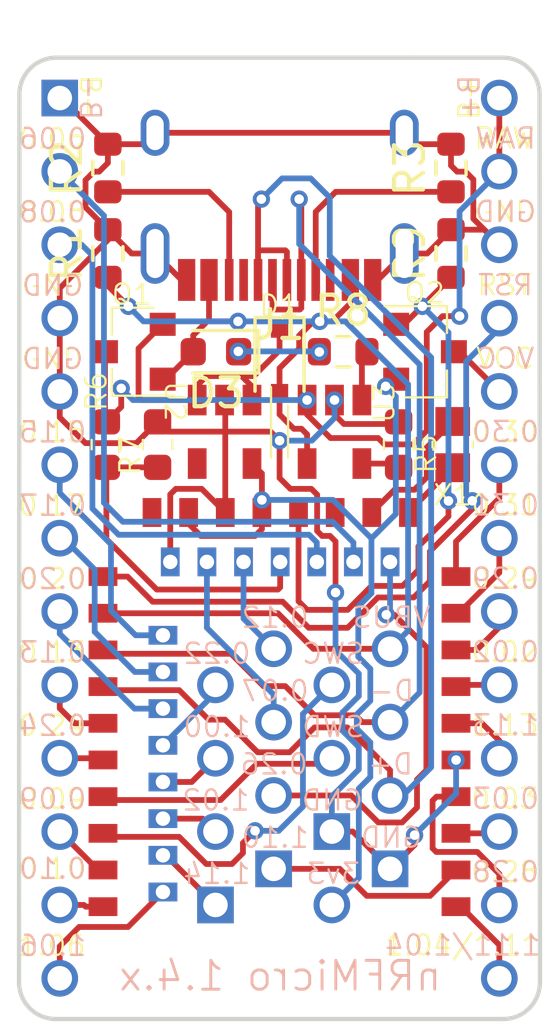
<source format=kicad_pcb>
(kicad_pcb (version 20211014) (generator pcbnew)
  (layers (0 "F.Cu" signal) (31 "B.Cu" signal) (34 "B.Paste" user) (35 "F.Paste" user) (36 "B.SilkS" user "B.Silkscreen") (37 "F.SilkS" user "F.Silkscreen") (38 "B.Mask" user) (39 "F.Mask" user) (44 "Edge.Cuts" user))
  (net 0 "")
  (net 1 "GND")
  (net 2 "RESET")
  (net 3 "/P0.02")
  (net 4 "/P0.29")
  (net 5 "/P0.30")
  (net 6 "/P0.31")
  (net 7 "/P0.10")
  (net 8 "/P0.09")
  (net 9 "VBUS")
  (net 10 "VBAT")
  (net 11 "DATA+")
  (net 12 "DATA-")
  (net 13 "/P1.13")
  (net 14 "/P1.11")
  (net 15 "/P0.20")
  (net 16 "/P0.13")
  (net 17 "/P0.15")
  (net 18 "/P0.17")
  (net 19 "/P0.22")
  (net 20 "/P0.24")
  (net 21 "/P0.03")
  (net 22 "/P0.28")
  (net 23 "/P0.00")
  (net 24 "/P0.01")
  (net 25 "/P1.06")
  (net 26 "/P1.04")
  (net 27 "SWC")
  (net 28 "SWD")
  (net 29 "POWER_PIN")
  (net 30 "/P0.26")
  (net 31 "DCCH")
  (net 32 "CC2")
  (net 33 "CC1")
  (net 34 "EXT_VCC")
  (net 35 "/P1.00")
  (net 36 "/P1.02")
  (net 37 "/P0.12")
  (net 38 "Net-(R5-Pad1)")
  (net 39 "BATTERY_PIN")
  (net 40 "Net-(D3-Pad1)")
  (net 41 "Net-(D1-Pad1)")
  (net 42 "nRF_VDD")
  (net 43 "/P0.07")
  (net 44 "/P0.08")
  (net 45 "PROG")
  (net 46 "/P0.06")
  (net 48 "/P1.10")
  (net 49 "Net-(R8-Pad2)")
  (footprint "nrfmicro:pro_micro" (layer "F.Cu") (at 27.7216 36.51)
    (fp_text reference "U4")
    (fp_text value "ProMicro" hide)
  )
  (footprint "nrfmicro:E73-2G4M08S1C-52840" (layer "F.Cu") (at 27.72 33.97 -90)
    (fp_text reference "U1" hide)
    (fp_text value "E73-2G4M08S1C" hide)
  )
  (footprint "Package_TO_SOT_SMD:SOT-23" (layer "F.Cu") (at 32.766 28.7845)
    (fp_text reference "Q2")
    (fp_text value "AO3407")
  )
  (footprint "Diode_SMD:D_SOD-323F" (layer "F.Cu") (at 27.7216 29.1 -90)
    (fp_text reference "D1")
    (fp_text value "1N5819")
  )
  (footprint "Resistor_SMD:R_0603_1608Metric" (layer "F.Cu") (at 21.7182 32 -90)
    (fp_text reference "R6")
    (fp_text value "820K")
  )
  (footprint "Resistor_SMD:R_0603_1608Metric" (layer "F.Cu") (at 23.4932 32 90)
    (fp_text reference "R7")
    (fp_text value "2M")
  )
  (footprint "Package_TO_SOT_SMD:SOT-23" (layer "F.Cu") (at 22.6695 28.7845 180)
    (fp_text reference "Q1")
    (fp_text value "AO3407" hide)
  )
  (footprint "Resistor_SMD:R_0603_1608Metric" (layer "F.Cu") (at 21.7695 22.423 90)
    (fp_text reference "R2")
    (fp_text value "5.1K")
  )
  (footprint "Resistor_SMD:R_0603_1608Metric" (layer "F.Cu") (at 33.666 22.423 90)
    (fp_text reference "R3")
    (fp_text value "5.1K")
  )
  (footprint "Resistor_SMD:R_0603_1608Metric" (layer "F.Cu") (at 21.7695 25.383 90)
    (fp_text reference "R1")
    (fp_text value "100K")
  )
  (footprint "Package_TO_SOT_SMD:SOT-23-5" (layer "F.Cu") (at 29.6266 31.557 -90)
    (fp_text reference "U3")
    (fp_text value "TP4054")
  )
  (footprint "Resistor_SMD:R_0603_1608Metric" (layer "F.Cu") (at 31.85 32 90)
    (fp_text reference "R5")
    (fp_text value "RPROG")
  )
  (footprint "Resistor_SMD:R_0603_1608Metric" (layer "F.Cu") (at 33.666 25.383 90)
    (fp_text reference "R9")
    (fp_text value "2M")
  )
  (footprint "nrfmicro:connector_bat" (layer "F.Cu") (at 27.7216 20 180)
    (fp_text reference "J3")
    (fp_text value "Conn_01x02")
  )
  (footprint "nrfmicro:connector_swd" (layer "F.Cu") (at 29.535 47.94 180)
    (fp_text reference "J2" hide)
    (fp_text value "Conn_01x04")
  )
  (footprint "Package_TO_SOT_SMD:SOT-23-5" (layer "F.Cu") (at 25.8166 31.557 -90)
    (fp_text reference "U2")
    (fp_text value "AP2112K-3.3")
  )
  (footprint "nrfmicro:connector_usb" (layer "F.Cu") (at 31.553 46.69 180)
    (fp_text reference "J4" hide)
    (fp_text value "Conn_01x04")
  )
  (footprint "Crystal:Crystal_SMD_MicroCrystal_CM9V-T1A-2Pin_1.6x1.0mm" (layer "F.Cu") (at 33.725 32 -90)
    (fp_text reference "X1")
    (fp_text value "32768kHz")
  )
  (footprint "nrfmicro:HRO-TYPE-C-31-M-12" (layer "F.Cu") (at 27.72645 18.603 180)
    (fp_text reference "J1")
    (fp_text value "USB-C USB 2.0 MC-372")
  )
  (footprint "nrfmicro:connector_gpio_1" (layer "F.Cu") (at 25.5 47.94 180)
    (fp_text reference "J5" hide)
    (fp_text value "Conn_01x04")
  )
  (footprint "Resistor_SMD:R_0603_1608Metric" (layer "F.Cu") (at 29.9266 28.7845)
    (fp_text reference "R8")
    (fp_text value "1K")
  )
  (footprint "nrfmicro:connector_gpio_2" (layer "F.Cu") (at 27.517 46.69 180)
    (fp_text reference "J6" hide)
    (fp_text value "Conn_01x04")
  )
  (footprint "LED_SMD:LED_0603_1608Metric" (layer "F.Cu") (at 25.5166 28.7845 180)
    (fp_text reference "D3")
    (fp_text value "RED")
  )
  (gr_line (start 36.737 19.873) (end 36.7497 50.6197) (layer "Edge.Cuts") (width 0.15))
  (gr_line (start 32.291533 18.602775) (end 35.467 18.603) (layer "Edge.Cuts") (width 0.15))
  (gr_line (start 19.973 18.603) (end 23.147533 18.602775) (layer "Edge.Cuts") (width 0.15))
  (gr_line (start 18.6903 50.6197) (end 18.703 19.873) (layer "Edge.Cuts") (width 0.15))
  (gr_line (start 23.147533 18.602775) (end 32.291533 18.602775) (layer "Edge.Cuts") (width 0.15))
  (gr_line (start 35.4797 51.8897) (end 19.9603 51.8897) (layer "Edge.Cuts") (width 0.15))
  (gr_arc (start 35.467 18.603) (mid 36.365026 18.974974) (end 36.737 19.873) (layer "Edge.Cuts") (width 0.15))
  (gr_arc (start 18.703 19.873) (mid 19.074974 18.974974) (end 19.973 18.603) (layer "Edge.Cuts") (width 0.15))
  (gr_arc (start 19.9603 51.8897) (mid 19.062274 51.517726) (end 18.6903 50.6197) (layer "Edge.Cuts") (width 0.15))
  (gr_arc (start 36.7497 50.6197) (mid 36.377726 51.517726) (end 35.4797 51.8897) (layer "Edge.Cuts") (width 0.15))
  (gr_text "nRFMicro 1.4.x" (at 27.74286 50.4) (layer "B.SilkS") (effects (font (size 1 1) (thickness 0.1)) (justify mirror)))
  (segment (start 27.722533 31.862775) (end 27.722533 33.156955) (width 0.2) (layer "F.Cu") (net 1))
  (segment (start 23.01145 21.598) (end 23.40645 21.203) (width 0.2) (layer "F.Cu") (net 1))
  (segment (start 29.472533 35.162775) (end 29.662533 35.352775) (width 0.2) (layer "F.Cu") (net 1))
  (segment (start 21.7695 24.915808) (end 21.7695 24.558) (width 0.2) (layer "F.Cu") (net 1))
  (segment (start 21.466828 22.54848) (end 21.287593 22.54848) (width 0.2) (layer "F.Cu") (net 1))
  (segment (start 29.952089 31.286511) (end 29.6266 30.961022) (width 0.2) (layer "F.Cu") (net 1))
  (segment (start 34.44052 22.820762) (end 34.44052 24.17892) (width 0.2) (layer "F.Cu") (net 1))
  (segment (start 34.8196 24.558) (end 35.3416 25.08) (width 0.2) (layer "F.Cu") (net 1))
  (segment (start 23.40645 25.383) (end 22.5945 25.383) (width 0.2) (layer "F.Cu") (net 1))
  (segment (start 32.402533 45.522775) (end 32.402533 45.862775) (width 0.2) (layer "F.Cu") (net 1))
  (segment (start 25.84 31.550242) (end 25.84 30.4804) (width 0.2) (layer "F.Cu") (net 1))
  (segment (start 27.41 31.550242) (end 27.722533 31.862775) (width 0.2) (layer "F.Cu") (net 1))
  (segment (start 27.722533 33.156955) (end 28.098353 33.532775) (width 0.2) (layer "F.Cu") (net 1))
  (segment (start 29.662533 35.352775) (end 29.662533 37.122775) (width 0.2) (layer "F.Cu") (net 1))
  (segment (start 31.553 46.69) (end 31.575308 46.69) (width 0.4) (layer "F.Cu") (net 1))
  (segment (start 25.84 34.351) (end 25.84 31.550242) (width 0.2) (layer "F.Cu") (net 1))
  (segment (start 21.7695 21.598) (end 21.7695 22.245808) (width 0.2) (layer "F.Cu") (net 1))
  (segment (start 28.825797 33.532775) (end 29.024999 33.731977) (width 0.2) (layer "F.Cu") (net 1))
  (segment (start 22.5945 25.383) (end 21.7695 24.558) (width 0.2) (layer "F.Cu") (net 1))
  (segment (start 32.402533 45.862775) (end 31.575308 46.69) (width 0.2) (layer "F.Cu") (net 1))
  (segment (start 33.666 22.336242) (end 33.878238 22.54848) (width 0.2) (layer "F.Cu") (net 1))
  (segment (start 21.7695 21.598) (end 23.01145 21.598) (width 0.2) (layer "F.Cu") (net 1))
  (segment (start 29.6266 30.961022) (end 29.6266 30.457) (width 0.2) (layer "F.Cu") (net 1))
  (segment (start 33.878238 22.54848) (end 34.168238 22.54848) (width 0.2) (layer "F.Cu") (net 1))
  (segment (start 29.024999 33.731977) (end 29.024999 34.990021) (width 0.2) (layer "F.Cu") (net 1))
  (segment (start 33.666 24.558) (end 34.8196 24.558) (width 0.2) (layer "F.Cu") (net 1))
  (segment (start 34.44052 24.17892) (end 35.3416 25.08) (width 0.2) (layer "F.Cu") (net 1))
  (segment (start 33.666 21.598) (end 33.666 22.336242) (width 0.2) (layer "F.Cu") (net 1))
  (segment (start 23.4932 31.2125) (end 23.830942 31.550242) (width 0.2) (layer "F.Cu") (net 1))
  (segment (start 28.098353 33.532775) (end 28.825797 33.532775) (width 0.2) (layer "F.Cu") (net 1))
  (segment (start 20.1016 27.62) (end 20.1016 26.583708) (width 0.2) (layer "F.Cu") (net 1))
  (segment (start 30.95145 26.298) (end 31.13145 26.298) (width 0.2) (layer "F.Cu") (net 1))
  (segment (start 32.841 25.383) (end 33.666 24.558) (width 0.2) (layer "F.Cu") (net 1))
  (segment (start 25.84 30.4804) (end 25.8166 30.457) (width 0.2) (layer "F.Cu") (net 1))
  (segment (start 20.1016 30.16) (end 20.1016 27.62) (width 0.2) (layer "F.Cu") (net 1))
  (segment (start 30.263 45.4) (end 31.553 46.69) (width 0.2) (layer "F.Cu") (net 1))
  (segment (start 25.84 34.351) (end 25.021775 33.532775) (width 0.2) (layer "F.Cu") (net 1))
  (segment (start 20.1016 30.16) (end 20.1016 31.058025) (width 0.2) (layer "F.Cu") (net 1))
  (segment (start 21.7695 22.245808) (end 21.466828 22.54848) (width 0.2) (layer "F.Cu") (net 1))
  (segment (start 25.84 31.550242) (end 27.41 31.550242) (width 0.2) (layer "F.Cu") (net 1))
  (segment (start 22.75618 31.94952) (end 23.4932 31.2125) (width 0.2) (layer "F.Cu") (net 1))
  (segment (start 23.830942 31.550242) (end 25.84 31.550242) (width 0.2) (layer "F.Cu") (net 1))
  (segment (start 31.875989 31.286511) (end 29.952089 31.286511) (width 0.2) (layer "F.Cu") (net 1))
  (segment (start 20.1016 26.583708) (end 21.7695 24.915808) (width 0.2) (layer "F.Cu") (net 1))
  (segment (start 24.50145 26.298) (end 24.32145 26.298) (width 0.2) (layer "F.Cu") (net 1))
  (segment (start 20.1016 20) (end 20.1715 20) (width 0.2) (layer "F.Cu") (net 1))
  (segment (start 32.44145 21.598) (end 32.04645 21.203) (width 0.2) (layer "F.Cu") (net 1))
  (segment (start 29.197753 35.162775) (end 29.472533 35.162775) (width 0.2) (layer "F.Cu") (net 1))
  (segment (start 20.1715 20) (end 21.7695 21.598) (width 0.2) (layer "F.Cu") (net 1))
  (segment (start 25.021775 33.532775) (end 24.124203 33.532775) (width 0.2) (layer "F.Cu") (net 1))
  (segment (start 32.04645 25.383) (end 32.841 25.383) (width 0.2) (layer "F.Cu") (net 1))
  (segment (start 31.13145 26.298) (end 32.04645 25.383) (width 0.2) (layer "F.Cu") (net 1))
  (segment (start 20.1016 31.058025) (end 20.993095 31.94952) (width 0.2) (layer "F.Cu") (net 1))
  (segment (start 33.666 21.598) (end 32.44145 21.598) (width 0.2) (layer "F.Cu") (net 1))
  (segment (start 34.168238 22.54848) (end 34.44052 22.820762) (width 0.2) (layer "F.Cu") (net 1))
  (segment (start 29.535 45.4) (end 30.263 45.4) (width 0.2) (layer "F.Cu") (net 1))
  (segment (start 20.993095 31.94952) (end 22.75618 31.94952) (width 0.2) (layer "F.Cu") (net 1))
  (segment (start 29.024999 34.990021) (end 29.197753 35.162775) (width 0.2) (layer "F.Cu") (net 1))
  (segment (start 21.287593 22.54848) (end 20.99498 22.841093) (width 0.2) (layer "F.Cu") (net 1))
  (segment (start 24.124203 33.532775) (end 23.933 33.723978) (width 0.2) (layer "F.Cu") (net 1))
  (segment (start 23.933 33.723978) (end 23.933 36.062) (width 0.2) (layer "F.Cu") (net 1))
  (segment (start 24.32145 26.298) (end 23.40645 25.383) (width 0.2) (layer "F.Cu") (net 1))
  (segment (start 23.40645 21.203) (end 32.04645 21.203) (width 0.2) (layer "F.Cu") (net 1))
  (segment (start 20.99498 22.841093) (end 20.99498 23.78348) (width 0.2) (layer "F.Cu") (net 1))
  (segment (start 20.99498 23.78348) (end 21.7695 24.558) (width 0.2) (layer "F.Cu") (net 1))
  (via (at 29.6266 30.457) (size 0.6) (drill 0.33) (layers "F.Cu" "B.Cu") (net 1))
  (via (at 27.722533 31.862775) (size 0.6) (drill 0.33) (layers "F.Cu" "B.Cu") (net 1))
  (via (at 33.842533 42.922775) (size 0.6) (drill 0.33) (layers "F.Cu" "B.Cu") (net 1))
  (via (at 29.662533 37.122775) (size 0.6) (drill 0.33) (layers "F.Cu" "B.Cu") (net 1))
  (via (at 32.402533 45.522775) (size 0.6) (drill 0.33) (layers "F.Cu" "B.Cu") (net 1))
  (segment (start 29.903824 41.272775) (end 29.902533 41.272775) (width 0.2) (layer "B.Cu") (net 1))
  (segment (start 30.469511 43.247088) (end 29.535 44.181599) (width 0.2) (layer "B.Cu") (net 1))
  (segment (start 29.662533 37.122775) (end 29.662533 39.122775) (width 0.2) (layer "B.Cu") (net 1))
  (segment (start 30.469511 39.929753) (end 30.469511 40.707088) (width 0.2) (layer "B.Cu") (net 1))
  (segment (start 29.535 44.181599) (end 29.535 45.4) (width 0.2) (layer "B.Cu") (net 1))
  (segment (start 27.722533 31.862775) (end 28.842533 31.862775) (width 0.2) (layer "B.Cu") (net 1))
  (segment (start 30.469511 42.472912) (end 30.469511 43.247088) (width 0.2) (layer "B.Cu") (net 1))
  (segment (start 29.902533 41.905934) (end 30.469511 42.472912) (width 0.2) (layer "B.Cu") (net 1))
  (segment (start 32.402533 45.522775) (end 33.842533 44.082775) (width 0.2) (layer "B.Cu") (net 1))
  (segment (start 28.842533 31.862775) (end 29.6266 31.078708) (width 0.2) (layer "B.Cu") (net 1))
  (segment (start 29.902533 41.272775) (end 29.902533 41.905934) (width 0.2) (layer "B.Cu") (net 1))
  (segment (start 33.842533 44.082775) (end 33.842533 42.922775) (width 0.2) (layer "B.Cu") (net 1))
  (segment (start 29.662533 39.122775) (end 30.469511 39.929753) (width 0.2) (layer "B.Cu") (net 1))
  (segment (start 30.469511 40.707088) (end 29.903824 41.272775) (width 0.2) (layer "B.Cu") (net 1))
  (segment (start 29.6266 31.078708) (end 29.6266 30.457) (width 0.2) (layer "B.Cu") (net 1))
  (segment (start 32.373013 37.292295) (end 31.133013 37.292295) (width 0.2) (layer "F.Cu") (net 2))
  (segment (start 27.831232 37.44048) (end 23.322533 37.44048) (width 0.2) (layer "F.Cu") (net 2))
  (segment (start 32.936533 35.695567) (end 32.936532 36.728776) (width 0.2) (layer "F.Cu") (net 2))
  (segment (start 32.936532 36.728776) (end 32.373013 37.292295) (width 0.2) (layer "F.Cu") (net 2))
  (segment (start 22.452053 36.57) (end 21.601 36.57) (width 0.2) (layer "F.Cu") (net 2))
  (segment (start 30.082533 38.342775) (end 28.733527 38.342775) (width 0.2) (layer "F.Cu") (net 2))
  (segment (start 23.322533 37.44048) (end 22.452053 36.57) (width 0.2) (layer "F.Cu") (net 2))
  (segment (start 31.133013 37.292295) (end 30.082533 38.342775) (width 0.2) (layer "F.Cu") (net 2))
  (segment (start 34.404867 34.227233) (end 32.936533 35.695567) (width 0.2) (layer "F.Cu") (net 2))
  (segment (start 28.733527 38.342775) (end 27.831232 37.44048) (width 0.2) (layer "F.Cu") (net 2))
  (segment (start 34.404867 33.945109) (end 34.404867 34.227233) (width 0.2) (layer "F.Cu") (net 2))
  (via (at 34.404867 33.945109) (size 0.6) (drill 0.33) (layers "F.Cu" "B.Cu") (net 2))
  (segment (start 34.192533 29.122775) (end 35.3416 27.973708) (width 0.2) (layer "B.Cu") (net 2))
  (segment (start 35.3416 27.973708) (end 35.3416 27.62) (width 0.2) (layer "B.Cu") (net 2))
  (segment (start 34.192533 33.732775) (end 34.192533 29.122775) (width 0.2) (layer "B.Cu") (net 2))
  (segment (start 34.404867 33.945109) (end 34.192533 33.732775) (width 0.2) (layer "B.Cu") (net 2))
  (segment (start 35.3416 40.32) (end 33.899 40.32) (width 0.2) (layer "F.Cu") (net 3))
  (segment (start 33.899 40.32) (end 33.839 40.38) (width 0.2) (layer "F.Cu") (net 3))
  (segment (start 34.555308 39.11) (end 35.3416 38.323708) (width 0.2) (layer "F.Cu") (net 4))
  (segment (start 33.839 39.11) (end 34.555308 39.11) (width 0.2) (layer "F.Cu") (net 4))
  (segment (start 35.3416 38.323708) (end 35.3416 37.78) (width 0.2) (layer "F.Cu") (net 4))
  (segment (start 33.839 35.358798) (end 35.3416 33.856198) (width 0.2) (layer "F.Cu") (net 5))
  (segment (start 33.839 36.57) (end 33.839 35.358798) (width 0.2) (layer "F.Cu") (net 5))
  (segment (start 35.3416 33.856198) (end 35.3416 32.7) (width 0.2) (layer "F.Cu") (net 5))
  (segment (start 35.3416 36.432402) (end 35.3416 35.24) (width 0.2) (layer "F.Cu") (net 6))
  (segment (start 33.934002 37.84) (end 35.3416 36.432402) (width 0.2) (layer "F.Cu") (net 6))
  (segment (start 33.839 37.84) (end 33.934002 37.84) (width 0.2) (layer "F.Cu") (net 6))
  (segment (start 21 48) (end 20.94 47.94) (width 0.2) (layer "F.Cu") (net 7))
  (segment (start 20.94 47.94) (end 20.1016 47.94) (width 0.2) (layer "F.Cu") (net 7))
  (segment (start 21.601 48) (end 21 48) (width 0.2) (layer "F.Cu") (net 7))
  (segment (start 21.4316 46.73) (end 21.601 46.73) (width 0.2) (layer "F.Cu") (net 8))
  (segment (start 20.1016 45.4) (end 21.4316 46.73) (width 0.2) (layer "F.Cu") (net 8))
  (segment (start 27.665746 37.84) (end 21.601 37.84) (width 0.2) (layer "F.Cu") (net 9))
  (segment (start 27.7216 30.2) (end 27.7216 29.353708) (width 0.2) (layer "F.Cu") (net 9))
  (segment (start 24.7291 28.216208) (end 25.27645 27.668858) (width 0.2) (layer "F.Cu") (net 9))
  (segment (start 29.552533 27.732775) (end 30.17645 27.108858) (width 0.2) (layer "F.Cu") (net 9))
  (segment (start 28.892533 27.732775) (end 29.112533 27.732775) (width 0.2) (layer "F.Cu") (net 9))
  (segment (start 21.7695 26.208) (end 21.7695 26.499742) (width 0.2) (layer "F.Cu") (net 9))
  (segment (start 25.340367 27.732775) (end 25.27645 27.668858) (width 0.2) (layer "F.Cu") (net 9))
  (segment (start 27.7216 29.353708) (end 28.40208 28.673228) (width 0.2) (layer "F.Cu") (net 9))
  (segment (start 23.6695 29.7345) (end 23.7791 29.7345) (width 0.2) (layer "F.Cu") (net 9))
  (segment (start 28.40208 28.673228) (end 28.40208 28.223228) (width 0.2) (layer "F.Cu") (net 9))
  (segment (start 28.6766 31.646842) (end 28.6766 32.657) (width 0.2) (layer "F.Cu") (net 9))
  (segment (start 23.7791 29.7345) (end 24.7291 28.7845) (width 0.2) (layer "F.Cu") (net 9))
  (segment (start 21.7695 26.499742) (end 22.482533 27.212775) (width 0.2) (layer "F.Cu") (net 9))
  (segment (start 29.112533 27.732775) (end 29.552533 27.732775) (width 0.2) (layer "F.Cu") (net 9))
  (segment (start 26.282533 27.732775) (end 25.340367 27.732775) (width 0.2) (layer "F.Cu") (net 9))
  (segment (start 28.895746 39.07) (end 27.665746 37.84) (width 0.2) (layer "F.Cu") (net 9))
  (segment (start 28.482533 31.452775) (end 28.6766 31.646842) (width 0.2) (layer "F.Cu") (net 9))
  (segment (start 27.7216 30.2) (end 27.7216 30.956022) (width 0.2) (layer "F.Cu") (net 9))
  (segment (start 27.7216 30.956022) (end 28.218353 31.452775) (width 0.2) (layer "F.Cu") (net 9))
  (segment (start 28.218353 31.452775) (end 28.482533 31.452775) (width 0.2) (layer "F.Cu") (net 9))
  (segment (start 25.27645 27.668858) (end 25.27645 26.298) (width 0.2) (layer "F.Cu") (net 9))
  (segment (start 31.553 39.07) (end 28.895746 39.07) (width 0.2) (layer "F.Cu") (net 9))
  (segment (start 24.7291 28.7845) (end 24.7291 28.216208) (width 0.2) (layer "F.Cu") (net 9))
  (segment (start 30.17645 27.108858) (end 30.17645 26.298) (width 0.2) (layer "F.Cu") (net 9))
  (segment (start 28.40208 28.223228) (end 28.892533 27.732775) (width 0.2) (layer "F.Cu") (net 9))
  (via (at 26.282533 27.732775) (size 0.6) (drill 0.33) (layers "F.Cu" "B.Cu") (net 9))
  (via (at 22.482533 27.212775) (size 0.6) (drill 0.33) (layers "F.Cu" "B.Cu") (net 9))
  (via (at 29.112533 27.732775) (size 0.6) (drill 0.33) (layers "F.Cu" "B.Cu") (net 9))
  (segment (start 32.178001 29.911836) (end 32.178001 38.444999) (width 0.2) (layer "B.Cu") (net 9))
  (segment (start 23.002533 27.732775) (end 26.282533 27.732775) (width 0.2) (layer "B.Cu") (net 9))
  (segment (start 32.178001 38.444999) (end 31.553 39.07) (width 0.2) (layer "B.Cu") (net 9))
  (segment (start 29.99894 27.732775) (end 32.178001 29.911836) (width 0.2) (layer "B.Cu") (net 9))
  (segment (start 29.112533 27.732775) (end 29.99894 27.732775) (width 0.2) (layer "B.Cu") (net 9))
  (segment (start 22.482533 27.212775) (end 23.002533 27.732775) (width 0.2) (layer "B.Cu") (net 9))
  (segment (start 29.112533 27.732775) (end 26.282533 27.732775) (width 0.2) (layer "B.Cu") (net 9))
  (segment (start 31.142533 31.772775) (end 31.362533 31.992775) (width 0.2) (layer "F.Cu") (net 10))
  (segment (start 33.372533 27.552775) (end 33.962533 27.552775) (width 0.2) (layer "F.Cu") (net 10))
  (segment (start 21.6695 31.1638) (end 21.6695 28.7845) (width 0.2) (layer "F.Cu") (net 10))
  (segment (start 28.6766 30.457) (end 28.6766 30.961022) (width 0.2) (layer "F.Cu") (net 10))
  (segment (start 29.488353 31.772775) (end 31.142533 31.772775) (width 0.2) (layer "F.Cu") (net 10))
  (segment (start 21.7182 31.2125) (end 21.6695 31.1638) (width 0.2) (layer "F.Cu") (net 10))
  (segment (start 31.362533 31.992775) (end 32.352533 31.992775) (width 0.2) (layer "F.Cu") (net 10))
  (segment (start 35.3416 22.54) (end 35.3416 20) (width 0.2) (layer "F.Cu") (net 10))
  (segment (start 28.6766 30.961022) (end 29.488353 31.772775) (width 0.2) (layer "F.Cu") (net 10))
  (segment (start 22.233033 30.052775) (end 22.233033 30.697667) (width 0.2) (layer "F.Cu") (net 10))
  (segment (start 32.825489 31.519819) (end 32.825489 28.099819) (width 0.2) (layer "F.Cu") (net 10))
  (segment (start 32.825489 28.099819) (end 33.372533 27.552775) (width 0.2) (layer "F.Cu") (net 10))
  (segment (start 32.352533 31.992775) (end 32.825489 31.519819) (width 0.2) (layer "F.Cu") (net 10))
  (segment (start 22.233033 30.697667) (end 21.7182 31.2125) (width 0.2) (layer "F.Cu") (net 10))
  (via (at 33.962533 27.552775) (size 0.6) (drill 0.33) (layers "F.Cu" "B.Cu") (net 10))
  (via (at 22.233033 30.052775) (size 0.6) (drill 0.33) (layers "F.Cu" "B.Cu") (net 10))
  (via (at 28.6766 30.457) (size 0.6) (drill 0.33) (layers "F.Cu" "B.Cu") (net 10))
  (segment (start 35.3416 22.54) (end 33.962533 23.919067) (width 0.2) (layer "B.Cu") (net 10))
  (segment (start 33.962533 23.919067) (end 33.962533 27.552775) (width 0.2) (layer "B.Cu") (net 10))
  (segment (start 22.637258 30.457) (end 28.6766 30.457) (width 0.2) (layer "B.Cu") (net 10))
  (segment (start 22.233033 30.052775) (end 22.637258 30.457) (width 0.2) (layer "B.Cu") (net 10))
  (segment (start 28.072533 42.652775) (end 28.932533 41.792775) (width 0.2) (layer "F.Cu") (net 11))
  (segment (start 26.962533 42.652775) (end 28.072533 42.652775) (width 0.2) (layer "F.Cu") (net 11))
  (segment (start 27.026939 25.273489) (end 27.925961 25.273489) (width 0.2) (layer "F.Cu") (net 11))
  (segment (start 26.97645 23.614672) (end 27.091122 23.5) (width 0.2) (layer "F.Cu") (net 11))
  (segment (start 25.262533 41.522775) (end 25.832533 41.522775) (width 0.2) (layer "F.Cu") (net 11))
  (segment (start 28.932533 41.792775) (end 30.072533 41.792775) (width 0.2) (layer "F.Cu") (net 11))
  (segment (start 21.601 40.38) (end 21.723775 40.502775) (width 0.2) (layer "F.Cu") (net 11))
  (segment (start 30.072533 41.792775) (end 31.553 43.273242) (width 0.2) (layer "F.Cu") (net 11))
  (segment (start 27.97645 25.323978) (end 27.97645 26.298) (width 0.2) (layer "F.Cu") (net 11))
  (segment (start 26.97645 26.298) (end 26.97645 23.614672) (width 0.2) (layer "F.Cu") (net 11))
  (segment (start 31.553 43.273242) (end 31.553 44.15) (width 0.2) (layer "F.Cu") (net 11))
  (segment (start 27.925961 25.273489) (end 27.97645 25.323978) (width 0.2) (layer "F.Cu") (net 11))
  (segment (start 26.97645 26.298) (end 26.97645 25.323978) (width 0.2) (layer "F.Cu") (net 11))
  (segment (start 25.832533 41.522775) (end 26.962533 42.652775) (width 0.2) (layer "F.Cu") (net 11))
  (segment (start 24.242533 40.502775) (end 25.262533 41.522775) (width 0.2) (layer "F.Cu") (net 11))
  (segment (start 26.97645 25.323978) (end 27.026939 25.273489) (width 0.2) (layer "F.Cu") (net 11))
  (segment (start 21.723775 40.502775) (end 24.242533 40.502775) (width 0.2) (layer "F.Cu") (net 11))
  (via (at 27.091122 23.5) (size 0.6) (drill 0.33) (layers "F.Cu" "B.Cu") (net 11))
  (segment (start 32.978021 43.172281) (end 32.978021 28.982421) (width 0.2) (layer "B.Cu") (net 11))
  (segment (start 27.808347 22.782775) (end 27.091122 23.5) (width 0.2) (layer "B.Cu") (net 11))
  (segment (start 29.462533 25.466933) (end 29.462533 23.442775) (width 0.2) (layer "B.Cu") (net 11))
  (segment (start 28.802533 22.782775) (end 27.808347 22.782775) (width 0.2) (layer "B.Cu") (net 11))
  (segment (start 29.462533 23.442775) (end 28.802533 22.782775) (width 0.2) (layer "B.Cu") (net 11))
  (segment (start 31.553 44.15) (end 32.000302 44.15) (width 0.2) (layer "B.Cu") (net 11))
  (segment (start 32.000302 44.15) (end 32.978021 43.172281) (width 0.2) (layer "B.Cu") (net 11))
  (segment (start 32.978021 28.982421) (end 29.462533 25.466933) (width 0.2) (layer "B.Cu") (net 11))
  (segment (start 28.47645 27.272022) (end 28.47645 26.298) (width 0.2) (layer "F.Cu") (net 12))
  (segment (start 21.601 39.11) (end 21.733775 39.242775) (width 0.2) (layer "F.Cu") (net 12))
  (segment (start 27.47645 26.298) (end 27.47645 27.272022) (width 0.2) (layer "F.Cu") (net 12))
  (segment (start 27.47645 27.272022) (end 27.526939 27.322511) (width 0.2) (layer "F.Cu") (net 12))
  (segment (start 28.931176 41.372775) (end 30.352533 41.372775) (width 0.2) (layer "F.Cu") (net 12))
  (segment (start 28.47645 23.573917) (end 28.402533 23.5) (width 0.2) (layer "F.Cu") (net 12))
  (segment (start 21.733775 39.242775) (end 26.042533 39.242775) (width 0.2) (layer "F.Cu") (net 12))
  (segment (start 30.352533 41.372775) (end 30.589758 41.61) (width 0.2) (layer "F.Cu") (net 12))
  (segment (start 27.921176 40.362775) (end 28.931176 41.372775) (width 0.2) (layer "F.Cu") (net 12))
  (segment (start 28.425961 27.322511) (end 28.47645 27.272022) (width 0.2) (layer "F.Cu") (net 12))
  (segment (start 30.589758 41.61) (end 31.553 41.61) (width 0.2) (layer "F.Cu") (net 12))
  (segment (start 27.526939 27.322511) (end 28.425961 27.322511) (width 0.2) (layer "F.Cu") (net 12))
  (segment (start 28.47645 26.298) (end 28.47645 23.573917) (width 0.2) (layer "F.Cu") (net 12))
  (segment (start 26.042533 39.242775) (end 27.162533 40.362775) (width 0.2) (layer "F.Cu") (net 12))
  (segment (start 27.162533 40.362775) (end 27.921176 40.362775) (width 0.2) (layer "F.Cu") (net 12))
  (via (at 28.402533 23.5) (size 0.6) (drill 0.33) (layers "F.Cu" "B.Cu") (net 12))
  (segment (start 28.402533 25.050945) (end 28.402533 23.5) (width 0.2) (layer "B.Cu") (net 12))
  (segment (start 31.553 41.61) (end 32.578011 40.584989) (width 0.2) (layer "B.Cu") (net 12))
  (segment (start 32.578011 40.584989) (end 32.578011 29.226423) (width 0.2) (layer "B.Cu") (net 12))
  (segment (start 32.578011 29.226423) (end 28.402533 25.050945) (width 0.2) (layer "B.Cu") (net 12))
  (segment (start 34.739758 41.65) (end 33.839 41.65) (width 0.2) (layer "F.Cu") (net 13))
  (segment (start 35.3416 42.251842) (end 34.739758 41.65) (width 0.2) (layer "F.Cu") (net 13))
  (segment (start 35.3416 42.86) (end 35.3416 42.251842) (width 0.2) (layer "F.Cu") (net 13))
  (segment (start 34.014 48) (end 35.3416 49.3276) (width 0.2) (layer "F.Cu") (net 14))
  (segment (start 35.3416 50.48) (end 35.3416 49.36732) (width 0.2) (layer "F.Cu") (net 14))
  (segment (start 35.3416 49.3276) (end 35.3416 49.36732) (width 0.2) (layer "F.Cu") (net 14))
  (segment (start 22.691758 41.142) (end 20.1016 38.551842) (width 0.2) (layer "B.Cu") (net 15))
  (segment (start 23.679 41.142) (end 22.691758 41.142) (width 0.2) (layer "B.Cu") (net 15))
  (segment (start 20.1016 38.551842) (end 20.1016 37.78) (width 0.2) (layer "B.Cu") (net 15))
  (segment (start 20.1016 41.131842) (end 20.619758 41.65) (width 0.2) (layer "F.Cu") (net 16))
  (segment (start 20.1016 40.32) (end 20.1016 41.131842) (width 0.2) (layer "F.Cu") (net 16))
  (segment (start 20.619758 41.65) (end 21.601 41.65) (width 0.2) (layer "F.Cu") (net 16))
  (segment (start 22.731758 38.602) (end 23.679 38.602) (width 0.2) (layer "B.Cu") (net 17))
  (segment (start 20.1016 33.675774) (end 21.877533 35.451707) (width 0.2) (layer "B.Cu") (net 17))
  (segment (start 21.877533 35.451707) (end 21.877533 37.747775) (width 0.2) (layer "B.Cu") (net 17))
  (segment (start 21.877533 37.747775) (end 22.731758 38.602) (width 0.2) (layer "B.Cu") (net 17))
  (segment (start 20.1016 32.7) (end 20.1016 33.675774) (width 0.2) (layer "B.Cu") (net 17))
  (segment (start 22.701758 39.872) (end 21.312533 38.482775) (width 0.2) (layer "B.Cu") (net 18))
  (segment (start 23.679 39.872) (end 22.701758 39.872) (width 0.2) (layer "B.Cu") (net 18))
  (segment (start 21.312533 36.325775) (end 20.226758 35.24) (width 0.2) (layer "B.Cu") (net 18))
  (segment (start 21.312533 38.482775) (end 21.312533 36.325775) (width 0.2) (layer "B.Cu") (net 18))
  (segment (start 20.226758 35.24) (end 20.1016 35.24) (width 0.2) (layer "B.Cu") (net 18))
  (segment (start 23.679 42.412) (end 25.5 40.591) (width 0.2) (layer "B.Cu") (net 19))
  (segment (start 25.5 40.591) (end 25.5 40.32) (width 0.2) (layer "B.Cu") (net 19))
  (segment (start 20.1016 42.86) (end 21.541 42.86) (width 0.2) (layer "F.Cu") (net 20))
  (segment (start 21.541 42.86) (end 21.601 42.92) (width 0.2) (layer "F.Cu") (net 20))
  (segment (start 35.3416 45.4) (end 35.2816 45.46) (width 0.2) (layer "F.Cu") (net 21))
  (segment (start 35.2816 45.46) (end 33.839 45.46) (width 0.2) (layer "F.Cu") (net 21))
  (segment (start 33.027533 44.327775) (end 33.165308 44.19) (width 0.2) (layer "F.Cu") (net 22))
  (segment (start 33.027533 45.977775) (end 33.027533 44.327775) (width 0.2) (layer "F.Cu") (net 22))
  (segment (start 33.154757 46.104999) (end 33.027533 45.977775) (width 0.2) (layer "F.Cu") (net 22))
  (segment (start 33.165308 44.19) (end 33.839 44.19) (width 0.2) (layer "F.Cu") (net 22))
  (segment (start 35.3416 47.94) (end 35.3416 46.867598) (width 0.2) (layer "F.Cu") (net 22))
  (segment (start 34.579001 46.104999) (end 33.154757 46.104999) (width 0.2) (layer "F.Cu") (net 22))
  (segment (start 35.3416 46.867598) (end 34.579001 46.104999) (width 0.2) (layer "F.Cu") (net 22))
  (segment (start 32.19 34.335) (end 33.725 32.8) (width 0.2) (layer "F.Cu") (net 23))
  (segment (start 32.397219 33.562775) (end 32.825489 33.134505) (width 0.2) (layer "F.Cu") (net 24))
  (segment (start 32.825489 33.134505) (end 32.825489 32.099511) (width 0.2) (layer "F.Cu") (net 24))
  (segment (start 32.825489 32.099511) (end 33.725 31.2) (width 0.2) (layer "F.Cu") (net 24))
  (segment (start 30.92 34.351) (end 31.708225 33.562775) (width 0.2) (layer "F.Cu") (net 24))
  (segment (start 31.708225 33.562775) (end 32.397219 33.562775) (width 0.2) (layer "F.Cu") (net 24))
  (segment (start 22.468225 48.702775) (end 23.679 47.492) (width 0.2) (layer "F.Cu") (net 25))
  (segment (start 20.1016 50.48) (end 20.1016 49.37412) (width 0.2) (layer "F.Cu") (net 25))
  (segment (start 20.772945 48.702775) (end 22.468225 48.702775) (width 0.2) (layer "F.Cu") (net 25))
  (segment (start 20.1016 49.37412) (end 20.772945 48.702775) (width 0.2) (layer "F.Cu") (net 25))
  (segment (start 23.782 46.222) (end 25.5 47.94) (width 0.2) (layer "F.Cu") (net 26))
  (segment (start 21.723775 45.582775) (end 21.601 45.46) (width 0.2) (layer "F.Cu") (net 27))
  (segment (start 26.452533 45.792775) (end 26.452533 46.142775) (width 0.2) (layer "F.Cu") (net 27))
  (segment (start 25.182533 46.522775) (end 24.242533 45.582775) (width 0.2) (layer "F.Cu") (net 27))
  (segment (start 26.452533 46.142775) (end 26.072533 46.522775) (width 0.2) (layer "F.Cu") (net 27))
  (segment (start 26.872533 45.372775) (end 26.452533 45.792775) (width 0.2) (layer "F.Cu") (net 27))
  (segment (start 24.242533 45.582775) (end 21.723775 45.582775) (width 0.2) (layer "F.Cu") (net 27))
  (segment (start 26.072533 46.522775) (end 25.182533 46.522775) (width 0.2) (layer "F.Cu") (net 27))
  (via (at 26.872533 45.372775) (size 0.6) (drill 0.33) (layers "F.Cu" "B.Cu") (net 27))
  (segment (start 28.532533 41.322467) (end 29.535 40.32) (width 0.2) (layer "B.Cu") (net 27))
  (segment (start 26.872533 45.372775) (end 27.693203 45.372775) (width 0.2) (layer "B.Cu") (net 27))
  (segment (start 27.693203 45.372775) (end 28.532533 44.533445) (width 0.2) (layer "B.Cu") (net 27))
  (segment (start 28.532533 44.533445) (end 28.532533 41.322467) (width 0.2) (layer "B.Cu") (net 27))
  (segment (start 29.342225 43.052775) (end 29.535 42.86) (width 0.2) (layer "F.Cu") (net 28))
  (segment (start 21.601 44.19) (end 21.718001 44.307001) (width 0.2) (layer "F.Cu") (net 28))
  (segment (start 21.718001 44.307001) (end 25.678307 44.307001) (width 0.2) (layer "F.Cu") (net 28))
  (segment (start 26.932533 43.052775) (end 29.342225 43.052775) (width 0.2) (layer "F.Cu") (net 28))
  (segment (start 25.678307 44.307001) (end 26.932533 43.052775) (width 0.2) (layer "F.Cu") (net 28))
  (segment (start 33.578021 34.482251) (end 33.578021 33.950002) (width 0.2) (layer "F.Cu") (net 29))
  (segment (start 32.666879 27.207121) (end 33.666 26.208) (width 0.2) (layer "F.Cu") (net 29))
  (segment (start 32.537013 35.523259) (end 32.537013 36.342009) (width 0.2) (layer "F.Cu") (net 29))
  (segment (start 33.578021 34.482251) (end 32.537013 35.523259) (width 0.2) (layer "F.Cu") (net 29))
  (segment (start 30.083022 37.722286) (end 28.678044 37.722286) (width 0.2) (layer "F.Cu") (net 29))
  (segment (start 31.986247 36.892775) (end 30.912533 36.892775) (width 0.2) (layer "F.Cu") (net 29))
  (segment (start 31.766 27.8345) (end 32.0395 27.8345) (width 0.2) (layer "F.Cu") (net 29))
  (segment (start 28.38 37.424242) (end 28.38 34.351) (width 0.2) (layer "F.Cu") (net 29))
  (segment (start 30.912533 36.892775) (end 30.083022 37.722286) (width 0.2) (layer "F.Cu") (net 29))
  (segment (start 32.672533 27.212775) (end 32.666879 27.207121) (width 0.2) (layer "F.Cu") (net 29))
  (segment (start 28.678044 37.722286) (end 28.38 37.424242) (width 0.2) (layer "F.Cu") (net 29))
  (segment (start 32.0395 27.8345) (end 32.666879 27.207121) (width 0.2) (layer "F.Cu") (net 29))
  (segment (start 32.537013 36.342009) (end 31.986247 36.892775) (width 0.2) (layer "F.Cu") (net 29))
  (via (at 32.672533 27.212775) (size 0.6) (drill 0.33) (layers "F.Cu" "B.Cu") (net 29))
  (via (at 33.578021 33.950002) (size 0.6) (drill 0.33) (layers "F.Cu" "B.Cu") (net 29))
  (segment (start 33.578021 28.118263) (end 33.578021 33.950002) (width 0.2) (layer "B.Cu") (net 29))
  (segment (start 32.672533 27.212775) (end 33.578021 28.118263) (width 0.2) (layer "B.Cu") (net 29))
  (segment (start 32.487511 44.567797) (end 31.970797 45.084511) (width 0.2) (layer "F.Cu") (net 30))
  (segment (start 32.812533 43.272775) (end 32.487511 43.597797) (width 0.2) (layer "F.Cu") (net 30))
  (segment (start 31.970797 45.084511) (end 31.144269 45.084511) (width 0.2) (layer "F.Cu") (net 30))
  (segment (start 32.812533 39.007934) (end 32.812533 43.272775) (width 0.2) (layer "F.Cu") (net 30))
  (segment (start 32.487511 43.597797) (end 32.487511 44.567797) (width 0.2) (layer "F.Cu") (net 30))
  (segment (start 31.422533 37.891795) (end 31.696394 37.891795) (width 0.2) (layer "F.Cu") (net 30))
  (segment (start 27.517 44.15) (end 30.209758 44.15) (width 0.2) (layer "F.Cu") (net 30))
  (segment (start 31.696394 37.891795) (end 32.812533 39.007934) (width 0.2) (layer "F.Cu") (net 30))
  (segment (start 31.144269 45.084511) (end 30.209758 44.15) (width 0.2) (layer "F.Cu") (net 30))
  (via (at 31.422533 37.891795) (size 0.6) (drill 0.33) (layers "F.Cu" "B.Cu") (net 30))
  (segment (start 31.553 37.761328) (end 31.422533 37.891795) (width 0.2) (layer "B.Cu") (net 30))
  (segment (start 31.553 36.062) (end 31.553 37.761328) (width 0.2) (layer "B.Cu") (net 30))
  (segment (start 25.277758 23.248) (end 25.97645 23.946692) (width 0.2) (layer "F.Cu") (net 32))
  (segment (start 25.97645 23.946692) (end 25.97645 26.298) (width 0.2) (layer "F.Cu") (net 32))
  (segment (start 21.7695 23.248) (end 25.277758 23.248) (width 0.2) (layer "F.Cu") (net 32))
  (segment (start 33.666 23.248) (end 29.667308 23.248) (width 0.2) (layer "F.Cu") (net 33))
  (segment (start 29.667308 23.248) (end 28.97645 23.938858) (width 0.2) (layer "F.Cu") (net 33))
  (segment (start 28.97645 23.938858) (end 28.97645 26.298) (width 0.2) (layer "F.Cu") (net 33))
  (segment (start 33.766 28.7845) (end 33.9661 28.7845) (width 0.2) (layer "F.Cu") (net 34))
  (segment (start 33.9661 28.7845) (end 35.3416 30.16) (width 0.2) (layer "F.Cu") (net 34))
  (segment (start 24.678 43.682) (end 25.5 42.86) (width 0.2) (layer "F.Cu") (net 35))
  (segment (start 23.679 43.682) (end 24.678 43.682) (width 0.2) (layer "F.Cu") (net 35))
  (segment (start 23.679 44.952) (end 25.052 44.952) (width 0.2) (layer "F.Cu") (net 36))
  (segment (start 25.052 44.952) (end 25.5 45.4) (width 0.2) (layer "F.Cu") (net 36))
  (segment (start 26.473 38.026) (end 27.517 39.07) (width 0.2) (layer "B.Cu") (net 37))
  (segment (start 26.473 36.062) (end 26.473 38.026) (width 0.2) (layer "B.Cu") (net 37))
  (segment (start 31.8195 32.657) (end 31.95 32.7875) (width 0.2) (layer "F.Cu") (net 38))
  (segment (start 30.5766 32.657) (end 31.8195 32.657) (width 0.2) (layer "F.Cu") (net 38))
  (segment (start 27.743 36.062) (end 27.743 36.942308) (width 0.2) (layer "F.Cu") (net 39))
  (segment (start 27.667533 37.017775) (end 23.464834 37.017775) (width 0.2) (layer "F.Cu") (net 39))
  (segment (start 21.7182 32.7875) (end 23.4932 32.7875) (width 0.2) (layer "F.Cu") (net 39))
  (segment (start 27.743 36.942308) (end 27.667533 37.017775) (width 0.2) (layer "F.Cu") (net 39))
  (segment (start 23.464834 37.017775) (end 21.7182 35.271141) (width 0.2) (layer "F.Cu") (net 39))
  (segment (start 21.7182 35.271141) (end 21.7182 32.7875) (width 0.2) (layer "F.Cu") (net 39))
  (via (at 26.292533 28.772775) (size 0.6) (drill 0.33) (layers "F.Cu" "B.Cu") (net 40))
  (via (at 29.102533 28.792775) (size 0.6) (drill 0.33) (layers "F.Cu" "B.Cu") (net 40))
  (segment (start 26.292533 28.772775) (end 29.082533 28.772775) (width 0.2) (layer "B.Cu") (net 40))
  (segment (start 29.082533 28.772775) (end 29.102533 28.792775) (width 0.2) (layer "B.Cu") (net 40))
  (segment (start 24.8666 30.457) (end 22.942978 30.457) (width 0.2) (layer "F.Cu") (net 41))
  (segment (start 22.942978 30.457) (end 22.832544 30.346566) (width 0.2) (layer "F.Cu") (net 41))
  (segment (start 25.192089 29.627489) (end 26.407247 29.627489) (width 0.2) (layer "F.Cu") (net 41))
  (segment (start 26.827819 29.627489) (end 27.7216 28.733708) (width 0.2) (layer "F.Cu") (net 41))
  (segment (start 24.8666 30.457) (end 24.8666 29.952978) (width 0.2) (layer "F.Cu") (net 41))
  (segment (start 27.7216 28.733708) (end 27.7216 28) (width 0.2) (layer "F.Cu") (net 41))
  (segment (start 26.7666 29.986842) (end 26.7666 30.457) (width 0.2) (layer "F.Cu") (net 41))
  (segment (start 26.407247 29.627489) (end 26.7666 29.986842) (width 0.2) (layer "F.Cu") (net 41))
  (segment (start 22.832544 28.671456) (end 23.6695 27.8345) (width 0.2) (layer "F.Cu") (net 41))
  (segment (start 22.832544 30.346566) (end 22.832544 28.671456) (width 0.2) (layer "F.Cu") (net 41))
  (segment (start 26.407247 29.627489) (end 26.827819 29.627489) (width 0.2) (layer "F.Cu") (net 41))
  (segment (start 24.8666 29.952978) (end 25.192089 29.627489) (width 0.2) (layer "F.Cu") (net 41))
  (segment (start 24.992533 35.162775) (end 24.57 34.740242) (width 0.2) (layer "F.Cu") (net 42))
  (segment (start 24.57 34.740242) (end 24.57 34.351) (width 0.2) (layer "F.Cu") (net 42))
  (segment (start 27.11 33.915308) (end 27.11 33.0004) (width 0.2) (layer "F.Cu") (net 42))
  (segment (start 27.11 34.351) (end 27.11 34.925308) (width 0.2) (layer "F.Cu") (net 42))
  (segment (start 27.11 33.0004) (end 26.7666 32.657) (width 0.2) (layer "F.Cu") (net 42))
  (segment (start 27.11 34.925308) (end 26.872533 35.162775) (width 0.2) (layer "F.Cu") (net 42))
  (segment (start 27.11 34.351) (end 27.11 33.915308) (width 0.2) (layer "F.Cu") (net 42))
  (segment (start 26.872533 35.162775) (end 24.992533 35.162775) (width 0.2) (layer "F.Cu") (net 42))
  (via (at 27.11 33.915308) (size 0.6) (drill 0.33) (layers "F.Cu" "B.Cu") (net 42))
  (via (at 31.401102 29.982775) (size 0.6) (drill 0.33) (layers "F.Cu" "B.Cu") (net 42))
  (segment (start 30.469511 47.005489) (end 29.535 47.94) (width 0.2) (layer "B.Cu") (net 42))
  (segment (start 30.908001 35.247307) (end 30.908001 37.147307) (width 0.2) (layer "B.Cu") (net 42))
  (segment (start 30.869031 40.872574) (end 30.400682 41.340923) (width 0.2) (layer "B.Cu") (net 42))
  (segment (start 30.452533 37.602775) (end 30.452533 39.347769) (width 0.2) (layer "B.Cu") (net 42))
  (segment (start 30.400682 41.839077) (end 30.86903 42.307425) (width 0.2) (layer "B.Cu") (net 42))
  (segment (start 30.86903 43.512371) (end 30.469511 43.91189) (width 0.2) (layer "B.Cu") (net 42))
  (segment (start 30.86903 42.307425) (end 30.86903 43.512371) (width 0.2) (layer "B.Cu") (net 42))
  (segment (start 31.752533 34.402775) (end 30.908001 35.247307) (width 0.2) (layer "B.Cu") (net 42))
  (segment (start 30.452533 39.347769) (end 30.869031 39.764267) (width 0.2) (layer "B.Cu") (net 42))
  (segment (start 31.752533 30.334206) (end 31.752533 34.402775) (width 0.2) (layer "B.Cu") (net 42))
  (segment (start 30.908001 37.147307) (end 30.452533 37.602775) (width 0.2) (layer "B.Cu") (net 42))
  (segment (start 29.576002 33.915308) (end 30.908001 35.247307) (width 0.2) (layer "B.Cu") (net 42))
  (segment (start 30.400682 41.340923) (end 30.400682 41.839077) (width 0.2) (layer "B.Cu") (net 42))
  (segment (start 31.401102 29.982775) (end 31.752533 30.334206) (width 0.2) (layer "B.Cu") (net 42))
  (segment (start 30.469511 43.91189) (end 30.469511 47.005489) (width 0.2) (layer "B.Cu") (net 42))
  (segment (start 27.11 33.915308) (end 29.576002 33.915308) (width 0.2) (layer "B.Cu") (net 42))
  (segment (start 30.869031 39.764267) (end 30.869031 40.872574) (width 0.2) (layer "B.Cu") (net 42))
  (segment (start 27.517 40.657242) (end 27.517 41.61) (width 0.2) (layer "B.Cu") (net 43))
  (segment (start 25.203 38.343242) (end 27.517 40.657242) (width 0.2) (layer "B.Cu") (net 43))
  (segment (start 25.203 36.062) (end 25.203 38.343242) (width 0.2) (layer "B.Cu") (net 43))
  (segment (start 22.140758 35.122) (end 28.748 35.122) (width 0.2) (layer "B.Cu") (net 44))
  (segment (start 29.013 35.387) (end 29.013 36.062) (width 0.2) (layer "B.Cu") (net 44))
  (segment (start 21.234013 25.452255) (end 21.234013 34.215255) (width 0.2) (layer "B.Cu") (net 44))
  (segment (start 21.234013 34.215255) (end 22.140758 35.122) (width 0.2) (layer "B.Cu") (net 44))
  (segment (start 28.748 35.122) (end 29.013 35.387) (width 0.2) (layer "B.Cu") (net 44))
  (segment (start 20.1016 25.08) (end 20.861758 25.08) (width 0.2) (layer "B.Cu") (net 44))
  (segment (start 20.861758 25.08) (end 21.234013 25.452255) (width 0.2) (layer "B.Cu") (net 44))
  (segment (start 22.289321 34.672) (end 21.633533 34.016212) (width 0.2) (layer "B.Cu") (net 46))
  (segment (start 30.283 35.390242) (end 29.564758 34.672) (width 0.2) (layer "B.Cu") (net 46))
  (segment (start 21.633533 24.071933) (end 20.1016 22.54) (width 0.2) (layer "B.Cu") (net 46))
  (segment (start 29.564758 34.672) (end 22.289321 34.672) (width 0.2) (layer "B.Cu") (net 46))
  (segment (start 30.283 36.062) (end 30.283 35.390242) (width 0.2) (layer "B.Cu") (net 46))
  (segment (start 21.633533 34.016212) (end 21.633533 24.071933) (width 0.2) (layer "B.Cu") (net 46))
  (segment (start 29.809758 46.69) (end 30.744269 47.624511) (width 0.2) (layer "F.Cu") (net 48))
  (segment (start 32.944489 47.624511) (end 33.839 46.73) (width 0.2) (layer "F.Cu") (net 48))
  (segment (start 30.744269 47.624511) (end 32.944489 47.624511) (width 0.2) (layer "F.Cu") (net 48))
  (segment (start 27.35 46.69) (end 29.809758 46.69) (width 0.2) (layer "F.Cu") (net 48))
  (segment (start 30.5766 30.457) (end 30.5766 28.9595) (width 0.2) (layer "F.Cu") (net 49))
  (segment (start 30.5766 28.9595) (end 30.7516 28.7845) (width 0.2) (layer "F.Cu") (net 49))
)
</source>
